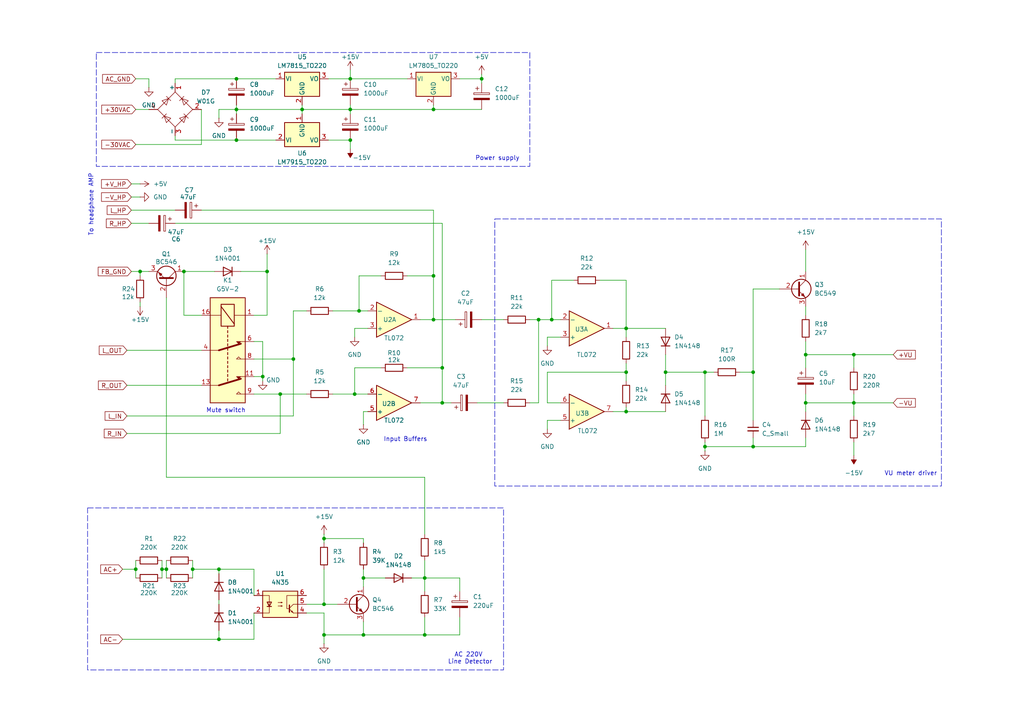
<source format=kicad_sch>
(kicad_sch (version 20231120) (generator "eeschema") (generator_version "8.0")
  (paper "A4")
  (lib_symbols
    (symbol "Amplifier_Operational:TL072" (pin_names (offset 0.127))
      (property "Reference" "U" (at 0 5.08 0))
      (property "Value" "TL072" (at 0 -5.08 0))
      (symbol "TL072_1_1"
        (polyline (pts (xy -5.08 5.08) (xy 5.08 0) (xy -5.08 -5.08) (xy -5.08 5.08)) (stroke (width 0.254)) (fill (type background)))
        (pin output line (at 7.62 0 180) (length 2.54) (name "~") (number "1"))
        (pin input line (at -7.62 -2.54 0) (length 2.54) (name "-") (number "2"))
        (pin input line (at -7.62 2.54 0) (length 2.54) (name "+") (number "3"))
      )
      (symbol "TL072_2_1"
        (polyline (pts (xy -5.08 5.08) (xy 5.08 0) (xy -5.08 -5.08) (xy -5.08 5.08)) (stroke (width 0.254)) (fill (type background)))
        (pin input line (at -7.62 2.54 0) (length 2.54) (name "+") (number "5"))
        (pin input line (at -7.62 -2.54 0) (length 2.54) (name "-") (number "6"))
        (pin output line (at 7.62 0 180) (length 2.54) (name "~") (number "7"))
      )
      (symbol "TL072_3_1"
        (pin power_in line (at -2.54 -7.62 90) (length 3.81) (name "V-") (number "4"))
        (pin power_in line (at -2.54 7.62 270) (length 3.81) (name "V+") (number "8"))
      )
    )
    (symbol "Device:C_Polarized" (pin_numbers hide) (pin_names (offset 0.254))
      (property "Reference" "C" (at 0.635 2.54 0))
      (property "Value" "C_Polarized" (at 0.635 -2.54 0))
      (symbol "C_Polarized_0_1"
        (rectangle (start -2.286 0.508) (end 2.286 1.016))
        (polyline (pts (xy -1.778 2.286) (xy -0.762 2.286)))
        (polyline (pts (xy -1.27 2.794) (xy -1.27 1.778)))
        (rectangle (start 2.286 -0.508) (end -2.286 -1.016) (fill (type outline)))
      )
      (symbol "C_Polarized_1_1"
        (pin passive line (at 0 3.81 270) (length 2.794) (name "~") (number "1"))
        (pin passive line (at 0 -3.81 90) (length 2.794) (name "~") (number "2"))
      )
    )
    (symbol "Device:C_Small" (pin_numbers hide) (pin_names (offset 0.254) hide)
      (property "Reference" "C" (at 0.254 1.778 0))
      (property "Value" "C_Small" (at 0.254 -2.032 0))
      (symbol "C_Small_0_1"
        (polyline (pts (xy -1.524 -0.508) (xy 1.524 -0.508)) (stroke (width 0.3302)))
        (polyline (pts (xy -1.524 0.508) (xy 1.524 0.508)) (stroke (width 0.3048)))
      )
      (symbol "C_Small_1_1"
        (pin passive line (at 0 2.54 270) (length 2.032) (name "~") (number "1"))
        (pin passive line (at 0 -2.54 90) (length 2.032) (name "~") (number "2"))
      )
    )
    (symbol "Device:R" (pin_numbers hide) (pin_names (offset 0))
      (property "Reference" "R" (at 2.032 0 90))
      (property "Value" "R" (at 0 0 90))
      (symbol "R_0_1"
        (rectangle (start -1.016 -2.54) (end 1.016 2.54) (stroke (width 0.254)))
      )
      (symbol "R_1_1"
        (pin passive line (at 0 3.81 270) (length 1.27) (name "~") (number "1"))
        (pin passive line (at 0 -3.81 90) (length 1.27) (name "~") (number "2"))
      )
    )
    (symbol "Diode:1N4001" (pin_numbers hide) (pin_names hide)
      (property "Reference" "D" (at 0 2.54 0))
      (property "Value" "1N4001" (at 0 -2.54 0))
      (symbol "1N4001_0_1"
        (polyline (pts (xy -1.27 1.27) (xy -1.27 -1.27)) (stroke (width 0.254)))
        (polyline (pts (xy 1.27 0) (xy -1.27 0)))
        (polyline (pts (xy 1.27 1.27) (xy 1.27 -1.27) (xy -1.27 0) (xy 1.27 1.27)) (stroke (width 0.254)))
      )
      (symbol "1N4001_1_1"
        (pin passive line (at -3.81 0 0) (length 2.54) (name "K") (number "1"))
        (pin passive line (at 3.81 0 180) (length 2.54) (name "A") (number "2"))
      )
    )
    (symbol "Diode:1N4148" (pin_numbers hide) (pin_names hide)
      (property "Reference" "D" (at 0 2.54 0))
      (property "Value" "1N4148" (at 0 -2.54 0))
      (symbol "1N4148_0_1"
        (polyline (pts (xy -1.27 1.27) (xy -1.27 -1.27)) (stroke (width 0.254)))
        (polyline (pts (xy 1.27 0) (xy -1.27 0)))
        (polyline (pts (xy 1.27 1.27) (xy 1.27 -1.27) (xy -1.27 0) (xy 1.27 1.27)) (stroke (width 0.254)))
      )
      (symbol "1N4148_1_1"
        (pin passive line (at -3.81 0 0) (length 2.54) (name "K") (number "1"))
        (pin passive line (at 3.81 0 180) (length 2.54) (name "A") (number "2"))
      )
    )
    (symbol "Diode_Bridge:W01G" (pin_names (offset 0))
      (property "Reference" "D" (at 2.54 6.985 0))
      (property "Value" "W01G" (at 2.54 5.08 0))
      (symbol "W01G_0_1"
        (polyline (pts (xy -2.54 3.81) (xy -1.27 2.54)))
        (polyline (pts (xy -1.27 -2.54) (xy -2.54 -3.81)))
        (polyline (pts (xy 2.54 -1.27) (xy 3.81 -2.54)))
        (polyline (pts (xy 2.54 1.27) (xy 3.81 2.54)))
        (polyline (pts (xy -3.81 2.54) (xy -2.54 1.27) (xy -1.905 3.175) (xy -3.81 2.54)))
        (polyline (pts (xy -2.54 -1.27) (xy -3.81 -2.54) (xy -1.905 -3.175) (xy -2.54 -1.27)))
        (polyline (pts (xy 1.27 2.54) (xy 2.54 3.81) (xy 3.175 1.905) (xy 1.27 2.54)))
        (polyline (pts (xy 3.175 -1.905) (xy 1.27 -2.54) (xy 2.54 -3.81) (xy 3.175 -1.905)))
        (polyline (pts (xy -5.08 0) (xy 0 -5.08) (xy 5.08 0) (xy 0 5.08) (xy -5.08 0)))
      )
      (symbol "W01G_1_1"
        (pin passive line (at 7.62 0 180) (length 2.54) (name "+") (number "1"))
        (pin passive line (at 0 -7.62 90) (length 2.54) (name "~") (number "2"))
        (pin passive line (at -7.62 0 0) (length 2.54) (name "-") (number "3"))
        (pin passive line (at 0 7.62 270) (length 2.54) (name "~") (number "4"))
      )
    )
    (symbol "Isolator:4N35" (pin_names (offset 1.016))
      (property "Reference" "U" (at -5.08 5.08 0))
      (property "Value" "4N35" (at 0 5.08 0))
      (symbol "4N35_0_1"
        (rectangle (start -5.08 3.81) (end 5.08 -3.81) (stroke (width 0.254)) (fill (type background)))
        (polyline (pts (xy -3.81 -0.635) (xy -2.54 -0.635)) (stroke (width 0.254)))
        (polyline (pts (xy 2.667 -1.397) (xy 3.81 -2.54)))
        (polyline (pts (xy 2.667 -1.143) (xy 3.81 0)))
        (polyline (pts (xy 3.81 -2.54) (xy 5.08 -2.54)))
        (polyline (pts (xy 3.81 0) (xy 5.08 0)))
        (polyline (pts (xy 2.667 -0.254) (xy 2.667 -2.286) (xy 2.667 -2.286)) (stroke (width 0.3556)))
        (polyline (pts (xy -5.08 -2.54) (xy -3.175 -2.54) (xy -3.175 2.54) (xy -5.08 2.54)))
        (polyline (pts (xy -3.175 -0.635) (xy -3.81 0.635) (xy -2.54 0.635) (xy -3.175 -0.635)) (stroke (width 0.254)))
        (polyline (pts (xy 3.683 -2.413) (xy 3.429 -1.905) (xy 3.175 -2.159) (xy 3.683 -2.413)))
        (polyline (pts (xy 5.08 2.54) (xy 1.905 2.54) (xy 1.905 -1.27) (xy 2.54 -1.27)))
        (polyline (pts (xy -0.635 -0.508) (xy 0.635 -0.508) (xy 0.254 -0.635) (xy 0.254 -0.381) (xy 0.635 -0.508)))
        (polyline (pts (xy -0.635 0.508) (xy 0.635 0.508) (xy 0.254 0.381) (xy 0.254 0.635) (xy 0.635 0.508)))
      )
      (symbol "4N35_1_1"
        (pin passive line (at -7.62 2.54 0) (length 2.54) (name "~") (number "1"))
        (pin passive line (at -7.62 -2.54 0) (length 2.54) (name "~") (number "2"))
        (pin no_connect line (at -5.08 0 0) (length 2.54) hide (name "NC") (number "3"))
        (pin passive line (at 7.62 -2.54 180) (length 2.54) (name "~") (number "4"))
        (pin passive line (at 7.62 0 180) (length 2.54) (name "~") (number "5"))
        (pin passive line (at 7.62 2.54 180) (length 2.54) (name "~") (number "6"))
      )
    )
    (symbol "Regulator_Linear:LM7805_TO220" (pin_names (offset 0.254))
      (property "Reference" "U" (at -3.81 3.175 0))
      (property "Value" "LM7805_TO220" (at 0 3.175 0))
      (symbol "LM7805_TO220_0_1"
        (rectangle (start -5.08 1.905) (end 5.08 -5.08) (stroke (width 0.254)) (fill (type background)))
      )
      (symbol "LM7805_TO220_1_1"
        (pin power_in line (at -7.62 0 0) (length 2.54) (name "VI") (number "1"))
        (pin power_in line (at 0 -7.62 90) (length 2.54) (name "GND") (number "2"))
        (pin power_out line (at 7.62 0 180) (length 2.54) (name "VO") (number "3"))
      )
    )
    (symbol "Regulator_Linear:LM7815_TO220" (pin_names (offset 0.254))
      (property "Reference" "U" (at -3.81 3.175 0))
      (property "Value" "LM7815_TO220" (at 0 3.175 0))
      (symbol "LM7815_TO220_0_1"
        (rectangle (start -5.08 1.905) (end 5.08 -5.08) (stroke (width 0.254)) (fill (type background)))
      )
      (symbol "LM7815_TO220_1_1"
        (pin power_in line (at -7.62 0 0) (length 2.54) (name "VI") (number "1"))
        (pin power_in line (at 0 -7.62 90) (length 2.54) (name "GND") (number "2"))
        (pin power_out line (at 7.62 0 180) (length 2.54) (name "VO") (number "3"))
      )
    )
    (symbol "Regulator_Linear:LM7915_TO220" (pin_names (offset 0.254))
      (property "Reference" "U" (at -3.81 -3.175 0))
      (property "Value" "LM7915_TO220" (at 0 -3.175 0))
      (symbol "LM7915_TO220_0_1"
        (rectangle (start -5.08 5.08) (end 5.08 -1.905) (stroke (width 0.254)) (fill (type background)))
      )
      (symbol "LM7915_TO220_1_1"
        (pin power_in line (at 0 7.62 270) (length 2.54) (name "GND") (number "1"))
        (pin power_in line (at -7.62 0 0) (length 2.54) (name "VI") (number "2"))
        (pin power_out line (at 7.62 0 180) (length 2.54) (name "VO") (number "3"))
      )
    )
    (symbol "Relay:G5V-2"
      (property "Reference" "K" (at 16.51 3.81 0))
      (property "Value" "G5V-2" (at 16.51 1.27 0))
      (symbol "G5V-2_0_1"
        (rectangle (start -15.24 5.08) (end 15.24 -5.08) (stroke (width 0.254)) (fill (type background)))
        (rectangle (start -13.335 1.905) (end -6.985 -1.905) (stroke (width 0.254)))
        (polyline (pts (xy -12.7 -1.905) (xy -7.62 1.905)) (stroke (width 0.254)))
        (polyline (pts (xy -10.16 -5.08) (xy -10.16 -1.905)))
        (polyline (pts (xy -10.16 5.08) (xy -10.16 1.905)))
        (polyline (pts (xy -6.985 0) (xy -6.35 0)) (stroke (width 0.254)))
        (polyline (pts (xy -5.715 0) (xy -5.08 0)) (stroke (width 0.254)))
        (polyline (pts (xy -4.445 0) (xy -3.81 0)) (stroke (width 0.254)))
        (polyline (pts (xy -3.175 0) (xy -2.54 0)) (stroke (width 0.254)))
        (polyline (pts (xy -1.905 0) (xy -1.27 0)) (stroke (width 0.254)))
        (polyline (pts (xy -0.635 0) (xy 0 0)) (stroke (width 0.254)))
        (polyline (pts (xy 0 -2.54) (xy -1.905 3.81)) (stroke (width 0.508)))
        (polyline (pts (xy 0 -2.54) (xy 0 -5.08)))
        (polyline (pts (xy 0.635 0) (xy 1.27 0)) (stroke (width 0.254)))
        (polyline (pts (xy 1.905 0) (xy 2.54 0)) (stroke (width 0.254)))
        (polyline (pts (xy 3.175 0) (xy 3.81 0)) (stroke (width 0.254)))
        (polyline (pts (xy 4.445 0) (xy 5.08 0)) (stroke (width 0.254)))
        (polyline (pts (xy 5.715 0) (xy 6.35 0)) (stroke (width 0.254)))
        (polyline (pts (xy 6.985 0) (xy 7.62 0)) (stroke (width 0.254)))
        (polyline (pts (xy 8.255 0) (xy 8.89 0)) (stroke (width 0.254)))
        (polyline (pts (xy 10.16 -2.54) (xy 8.255 3.81)) (stroke (width 0.508)))
        (polyline (pts (xy 10.16 -2.54) (xy 10.16 -5.08)))
        (polyline (pts (xy -2.54 5.08) (xy -2.54 2.54) (xy -1.905 3.175) (xy -2.54 3.81)) (fill (type outline)))
        (polyline (pts (xy 2.54 5.08) (xy 2.54 2.54) (xy 1.905 3.175) (xy 2.54 3.81)))
        (polyline (pts (xy 7.62 5.08) (xy 7.62 2.54) (xy 8.255 3.175) (xy 7.62 3.81)) (fill (type outline)))
        (polyline (pts (xy 12.7 5.08) (xy 12.7 2.54) (xy 12.065 3.175) (xy 12.7 3.81)))
      )
      (symbol "G5V-2_1_1"
        (pin passive line (at -10.16 7.62 270) (length 2.54) (name "~") (number "1"))
        (pin passive line (at 7.62 7.62 270) (length 2.54) (name "~") (number "11"))
        (pin passive line (at 10.16 -7.62 90) (length 2.54) (name "~") (number "13"))
        (pin passive line (at -10.16 -7.62 90) (length 2.54) (name "~") (number "16"))
        (pin passive line (at 0 -7.62 90) (length 2.54) (name "~") (number "4"))
        (pin passive line (at -2.54 7.62 270) (length 2.54) (name "~") (number "6"))
        (pin passive line (at 2.54 7.62 270) (length 2.54) (name "~") (number "8"))
        (pin passive line (at 12.7 7.62 270) (length 2.54) (name "~") (number "9"))
      )
    )
    (symbol "Transistor_BJT:BC546" (pin_names (offset 0) hide)
      (property "Reference" "Q" (at 5.08 1.905 0))
      (property "Value" "BC546" (at 5.08 0 0))
      (symbol "BC546_0_1"
        (polyline (pts (xy 0 0) (xy 0.635 0)))
        (polyline (pts (xy 0.635 0.635) (xy 2.54 2.54)))
        (polyline (pts (xy 0.635 -0.635) (xy 2.54 -2.54) (xy 2.54 -2.54)))
        (polyline (pts (xy 0.635 1.905) (xy 0.635 -1.905) (xy 0.635 -1.905)) (stroke (width 0.508)))
        (polyline (pts (xy 1.27 -1.778) (xy 1.778 -1.27) (xy 2.286 -2.286) (xy 1.27 -1.778) (xy 1.27 -1.778)) (fill (type outline)))
        (circle (center 1.27 0) (radius 2.8194) (stroke (width 0.254)))
      )
      (symbol "BC546_1_1"
        (pin passive line (at 2.54 5.08 270) (length 2.54) (name "C") (number "1"))
        (pin input line (at -5.08 0 0) (length 5.08) (name "B") (number "2"))
        (pin passive line (at 2.54 -5.08 90) (length 2.54) (name "E") (number "3"))
      )
    )
    (symbol "Transistor_BJT:BC549" (pin_names (offset 0) hide)
      (property "Reference" "Q" (at 5.08 1.905 0))
      (property "Value" "BC549" (at 5.08 0 0))
      (symbol "BC549_0_1"
        (polyline (pts (xy 0 0) (xy 0.635 0)))
        (polyline (pts (xy 0.635 0.635) (xy 2.54 2.54)))
        (polyline (pts (xy 0.635 -0.635) (xy 2.54 -2.54) (xy 2.54 -2.54)))
        (polyline (pts (xy 0.635 1.905) (xy 0.635 -1.905) (xy 0.635 -1.905)) (stroke (width 0.508)))
        (polyline (pts (xy 1.27 -1.778) (xy 1.778 -1.27) (xy 2.286 -2.286) (xy 1.27 -1.778) (xy 1.27 -1.778)) (fill (type outline)))
        (circle (center 1.27 0) (radius 2.8194) (stroke (width 0.254)))
      )
      (symbol "BC549_1_1"
        (pin passive line (at 2.54 5.08 270) (length 2.54) (name "C") (number "1"))
        (pin input line (at -5.08 0 0) (length 5.08) (name "B") (number "2"))
        (pin passive line (at 2.54 -5.08 90) (length 2.54) (name "E") (number "3"))
      )
    )
    (symbol "power:+15V" (power) (pin_numbers hide) (pin_names (offset 0) hide)
      (property "Value" "+15V" (at 0 3.556 0))
      (symbol "+15V_0_1"
        (polyline (pts (xy -0.762 1.27) (xy 0 2.54)))
        (polyline (pts (xy 0 0) (xy 0 2.54)))
        (polyline (pts (xy 0 2.54) (xy 0.762 1.27)))
      )
      (symbol "+15V_1_1"
        (pin power_in line (at 0 0 90) (length 0) (name "~") (number "1"))
      )
    )
    (symbol "power:+5V" (power) (pin_numbers hide) (pin_names (offset 0) hide)
      (property "Value" "+5V" (at 0 3.556 0))
      (symbol "+5V_0_1"
        (polyline (pts (xy -0.762 1.27) (xy 0 2.54)))
        (polyline (pts (xy 0 0) (xy 0 2.54)))
        (polyline (pts (xy 0 2.54) (xy 0.762 1.27)))
      )
      (symbol "+5V_1_1"
        (pin power_in line (at 0 0 90) (length 0) (name "~") (number "1"))
      )
    )
    (symbol "power:-15V" (power) (pin_numbers hide) (pin_names (offset 0) hide)
      (property "Value" "-15V" (at 0 3.556 0))
      (symbol "-15V_0_0"
        (pin power_in line (at 0 0 90) (length 0) (name "~") (number "1"))
      )
      (symbol "-15V_0_1"
        (polyline (pts (xy 0 0) (xy 0 1.27) (xy 0.762 1.27) (xy 0 2.54) (xy -0.762 1.27) (xy 0 1.27)) (fill (type outline)))
      )
    )
    (symbol "power:GND" (power) (pin_numbers hide) (pin_names (offset 0) hide)
      (property "Value" "GND" (at 0 -3.81 0))
      (symbol "GND_0_1"
        (polyline (pts (xy 0 0) (xy 0 -1.27) (xy 1.27 -1.27) (xy 0 -2.54) (xy -1.27 -1.27) (xy 0 -1.27)))
      )
      (symbol "GND_1_1"
        (pin power_in line (at 0 0 270) (length 0) (name "~") (number "1"))
      )
    )
  )
  (junction (at 139.7 22.86))
  (junction (at 81.28 114.3))
  (junction (at 181.61 95.25))
  (junction (at 63.5 185.42))
  (junction (at 181.61 107.95))
  (junction (at 128.27 116.84))
  (junction (at 93.98 184.15))
  (junction (at 76.2 109.22))
  (junction (at 128.27 106.68))
  (junction (at 101.6 31.75))
  (junction (at 218.44 107.95))
  (junction (at 85.09 104.14))
  (junction (at 105.41 167.64))
  (junction (at 68.58 40.64))
  (junction (at 39.37 165.1))
  (junction (at 105.41 184.15))
  (junction (at 101.6 22.86))
  (junction (at 77.47 78.74))
  (junction (at 247.65 102.87))
  (junction (at 156.21 92.71))
  (junction (at 125.73 31.75))
  (junction (at 204.47 107.95))
  (junction (at 93.98 156.21))
  (junction (at 125.73 92.71))
  (junction (at 46.99 165.1))
  (junction (at 101.6 40.64))
  (junction (at 102.87 114.3))
  (junction (at 247.65 116.84))
  (junction (at 160.02 92.71))
  (junction (at 193.04 107.95))
  (junction (at 123.19 184.15))
  (junction (at 233.68 116.84))
  (junction (at 68.58 22.86))
  (junction (at 233.68 102.87))
  (junction (at 104.14 90.17))
  (junction (at 123.19 167.64))
  (junction (at 40.64 78.74))
  (junction (at 125.73 80.01))
  (junction (at 93.98 175.26))
  (junction (at 204.47 129.54))
  (junction (at 63.5 165.1))
  (junction (at 53.34 78.74))
  (junction (at 181.61 119.38))
  (junction (at 218.44 129.54))
  (junction (at 55.88 165.1))
  (junction (at 87.63 31.75))
  (junction (at 68.58 31.75))
  (junction (at 48.26 165.1))
  (wire (pts (xy 106.68 119.38) (xy 105.41 119.38)))
  (wire (pts (xy 193.04 107.95) (xy 193.04 111.76)))
  (wire (pts (xy 50.8 40.64) (xy 68.58 40.64)))
  (wire (pts (xy 48.26 138.43) (xy 123.19 138.43)))
  (wire (pts (xy 118.11 106.68) (xy 128.27 106.68)))
  (wire (pts (xy 46.99 165.1) (xy 46.99 167.64)))
  (wire (pts (xy 93.98 175.26) (xy 97.79 175.26)))
  (wire (pts (xy 39.37 22.86) (xy 43.18 22.86)))
  (wire (pts (xy 39.37 41.91) (xy 58.42 41.91)))
  (wire (pts (xy 105.41 180.34) (xy 105.41 184.15)))
  (wire (pts (xy 233.68 102.87) (xy 233.68 99.06)))
  (wire (pts (xy 119.38 167.64) (xy 123.19 167.64)))
  (wire (pts (xy 40.64 87.63) (xy 40.64 88.9)))
  (wire (pts (xy 93.98 156.21) (xy 105.41 156.21)))
  (wire (pts (xy 101.6 20.32) (xy 101.6 22.86)))
  (wire (pts (xy 123.19 167.64) (xy 123.19 171.45)))
  (wire (pts (xy 102.87 106.68) (xy 110.49 106.68)))
  (wire (pts (xy 85.09 104.14) (xy 85.09 120.65)))
  (wire (pts (xy 95.25 40.64) (xy 101.6 40.64)))
  (wire (pts (xy 93.98 165.1) (xy 93.98 175.26)))
  (wire (pts (xy 247.65 102.87) (xy 259.08 102.87)))
  (wire (pts (xy 128.27 64.77) (xy 128.27 106.68)))
  (wire (pts (xy 50.8 64.77) (xy 128.27 64.77)))
  (wire (pts (xy 125.73 31.75) (xy 101.6 31.75)))
  (wire (pts (xy 123.19 138.43) (xy 123.19 154.94)))
  (wire (pts (xy 193.04 102.87) (xy 193.04 107.95)))
  (wire (pts (xy 153.67 116.84) (xy 156.21 116.84)))
  (wire (pts (xy 63.5 166.37) (xy 63.5 165.1)))
  (wire (pts (xy 105.41 165.1) (xy 105.41 167.64)))
  (wire (pts (xy 73.66 109.22) (xy 76.2 109.22)))
  (wire (pts (xy 139.7 22.86) (xy 139.7 24.13)))
  (wire (pts (xy 204.47 128.27) (xy 204.47 129.54)))
  (wire (pts (xy 181.61 95.25) (xy 181.61 97.79)))
  (wire (pts (xy 101.6 30.48) (xy 101.6 31.75)))
  (wire (pts (xy 95.25 22.86) (xy 101.6 22.86)))
  (wire (pts (xy 218.44 83.82) (xy 226.06 83.82)))
  (wire (pts (xy 73.66 114.3) (xy 81.28 114.3)))
  (wire (pts (xy 160.02 81.28) (xy 160.02 92.71)))
  (wire (pts (xy 247.65 106.68) (xy 247.65 102.87)))
  (wire (pts (xy 162.56 116.84) (xy 158.75 116.84)))
  (wire (pts (xy 218.44 127) (xy 218.44 129.54)))
  (wire (pts (xy 123.19 162.56) (xy 123.19 167.64)))
  (wire (pts (xy 81.28 114.3) (xy 88.9 114.3)))
  (wire (pts (xy 58.42 41.91) (xy 58.42 31.75)))
  (wire (pts (xy 125.73 92.71) (xy 132.08 92.71)))
  (wire (pts (xy 233.68 72.39) (xy 233.68 78.74)))
  (wire (pts (xy 101.6 33.02) (xy 101.6 31.75)))
  (wire (pts (xy 93.98 154.94) (xy 93.98 156.21)))
  (wire (pts (xy 68.58 40.64) (xy 80.01 40.64)))
  (wire (pts (xy 133.35 184.15) (xy 123.19 184.15)))
  (wire (pts (xy 43.18 22.86) (xy 43.18 25.4)))
  (wire (pts (xy 39.37 165.1) (xy 39.37 167.64)))
  (wire (pts (xy 40.64 80.01) (xy 40.64 78.74)))
  (wire (pts (xy 77.47 73.66) (xy 77.47 78.74)))
  (wire (pts (xy 139.7 21.59) (xy 139.7 22.86)))
  (wire (pts (xy 50.8 24.13) (xy 50.8 22.86)))
  (wire (pts (xy 73.66 91.44) (xy 77.47 91.44)))
  (wire (pts (xy 53.34 78.74) (xy 53.34 91.44)))
  (wire (pts (xy 36.83 120.65) (xy 85.09 120.65)))
  (wire (pts (xy 125.73 80.01) (xy 118.11 80.01)))
  (wire (pts (xy 153.67 92.71) (xy 156.21 92.71)))
  (wire (pts (xy 101.6 22.86) (xy 118.11 22.86)))
  (wire (pts (xy 233.68 102.87) (xy 247.65 102.87)))
  (wire (pts (xy 166.37 81.28) (xy 160.02 81.28)))
  (wire (pts (xy 105.41 167.64) (xy 111.76 167.64)))
  (wire (pts (xy 48.26 167.64) (xy 48.26 165.1)))
  (wire (pts (xy 73.66 172.72) (xy 73.66 165.1)))
  (wire (pts (xy 160.02 92.71) (xy 162.56 92.71)))
  (wire (pts (xy 105.41 119.38) (xy 105.41 123.19)))
  (wire (pts (xy 50.8 22.86) (xy 68.58 22.86)))
  (wire (pts (xy 35.56 185.42) (xy 63.5 185.42)))
  (wire (pts (xy 247.65 128.27) (xy 247.65 132.08)))
  (wire (pts (xy 76.2 110.49) (xy 76.2 109.22)))
  (wire (pts (xy 128.27 116.84) (xy 130.81 116.84)))
  (wire (pts (xy 63.5 173.99) (xy 63.5 175.26)))
  (wire (pts (xy 204.47 129.54) (xy 218.44 129.54)))
  (wire (pts (xy 62.23 78.74) (xy 53.34 78.74)))
  (wire (pts (xy 204.47 107.95) (xy 193.04 107.95)))
  (wire (pts (xy 233.68 116.84) (xy 233.68 119.38)))
  (wire (pts (xy 158.75 107.95) (xy 158.75 116.84)))
  (wire (pts (xy 77.47 78.74) (xy 77.47 91.44)))
  (wire (pts (xy 123.19 184.15) (xy 105.41 184.15)))
  (wire (pts (xy 106.68 114.3) (xy 102.87 114.3)))
  (wire (pts (xy 125.73 31.75) (xy 139.7 31.75)))
  (wire (pts (xy 93.98 177.8) (xy 93.98 184.15)))
  (wire (pts (xy 173.99 81.28) (xy 181.61 81.28)))
  (wire (pts (xy 63.5 185.42) (xy 73.66 185.42)))
  (wire (pts (xy 38.1 60.96) (xy 50.8 60.96)))
  (wire (pts (xy 68.58 22.86) (xy 80.01 22.86)))
  (wire (pts (xy 39.37 165.1) (xy 35.56 165.1)))
  (wire (pts (xy 36.83 101.6) (xy 58.42 101.6)))
  (wire (pts (xy 101.6 40.64) (xy 101.6 43.18)))
  (wire (pts (xy 39.37 162.56) (xy 39.37 165.1)))
  (wire (pts (xy 38.1 78.74) (xy 40.64 78.74)))
  (wire (pts (xy 87.63 31.75) (xy 68.58 31.75)))
  (wire (pts (xy 181.61 95.25) (xy 193.04 95.25)))
  (wire (pts (xy 138.43 116.84) (xy 146.05 116.84)))
  (wire (pts (xy 128.27 106.68) (xy 128.27 116.84)))
  (wire (pts (xy 218.44 107.95) (xy 214.63 107.95)))
  (wire (pts (xy 88.9 175.26) (xy 93.98 175.26)))
  (wire (pts (xy 233.68 114.3) (xy 233.68 116.84)))
  (wire (pts (xy 38.1 64.77) (xy 43.18 64.77)))
  (wire (pts (xy 73.66 165.1) (xy 63.5 165.1)))
  (wire (pts (xy 73.66 177.8) (xy 73.66 185.42)))
  (wire (pts (xy 55.88 165.1) (xy 63.5 165.1)))
  (wire (pts (xy 181.61 105.41) (xy 181.61 107.95)))
  (wire (pts (xy 181.61 118.11) (xy 181.61 119.38)))
  (wire (pts (xy 87.63 31.75) (xy 87.63 33.02)))
  (wire (pts (xy 48.26 165.1) (xy 46.99 165.1)))
  (wire (pts (xy 247.65 114.3) (xy 247.65 116.84)))
  (wire (pts (xy 63.5 31.75) (xy 68.58 31.75)))
  (wire (pts (xy 58.42 60.96) (xy 125.73 60.96)))
  (wire (pts (xy 38.1 53.34) (xy 40.64 53.34)))
  (wire (pts (xy 93.98 186.69) (xy 93.98 184.15)))
  (wire (pts (xy 63.5 34.29) (xy 63.5 31.75)))
  (wire (pts (xy 158.75 121.92) (xy 162.56 121.92)))
  (wire (pts (xy 133.35 171.45) (xy 133.35 167.64)))
  (wire (pts (xy 125.73 30.48) (xy 125.73 31.75)))
  (wire (pts (xy 158.75 107.95) (xy 181.61 107.95)))
  (wire (pts (xy 102.87 95.25) (xy 106.68 95.25)))
  (wire (pts (xy 87.63 30.48) (xy 87.63 31.75)))
  (wire (pts (xy 181.61 81.28) (xy 181.61 95.25)))
  (wire (pts (xy 93.98 184.15) (xy 105.41 184.15)))
  (wire (pts (xy 204.47 120.65) (xy 204.47 107.95)))
  (wire (pts (xy 247.65 116.84) (xy 233.68 116.84)))
  (wire (pts (xy 43.18 31.75) (xy 39.37 31.75)))
  (wire (pts (xy 158.75 100.33) (xy 158.75 97.79)))
  (wire (pts (xy 69.85 78.74) (xy 77.47 78.74)))
  (wire (pts (xy 48.26 162.56) (xy 48.26 165.1)))
  (wire (pts (xy 53.34 91.44) (xy 58.42 91.44)))
  (wire (pts (xy 63.5 182.88) (xy 63.5 185.42)))
  (wire (pts (xy 104.14 80.01) (xy 104.14 90.17)))
  (wire (pts (xy 81.28 114.3) (xy 81.28 125.73)))
  (wire (pts (xy 105.41 157.48) (xy 105.41 156.21)))
  (wire (pts (xy 55.88 165.1) (xy 55.88 167.64)))
  (wire (pts (xy 55.88 162.56) (xy 55.88 165.1)))
  (wire (pts (xy 38.1 57.15) (xy 40.64 57.15)))
  (wire (pts (xy 218.44 83.82) (xy 218.44 107.95)))
  (wire (pts (xy 104.14 90.17) (xy 106.68 90.17)))
  (wire (pts (xy 121.92 116.84) (xy 128.27 116.84)))
  (wire (pts (xy 93.98 177.8) (xy 88.9 177.8)))
  (wire (pts (xy 93.98 156.21) (xy 93.98 157.48)))
  (wire (pts (xy 50.8 39.37) (xy 50.8 40.64)))
  (wire (pts (xy 46.99 162.56) (xy 46.99 165.1)))
  (wire (pts (xy 204.47 107.95) (xy 207.01 107.95)))
  (wire (pts (xy 218.44 121.92) (xy 218.44 107.95)))
  (wire (pts (xy 88.9 90.17) (xy 85.09 90.17)))
  (wire (pts (xy 73.66 99.06) (xy 76.2 99.06)))
  (wire (pts (xy 36.83 111.76) (xy 58.42 111.76)))
  (wire (pts (xy 36.83 125.73) (xy 81.28 125.73)))
  (wire (pts (xy 133.35 179.07) (xy 133.35 184.15)))
  (wire (pts (xy 48.26 138.43) (xy 48.26 86.36)))
  (wire (pts (xy 105.41 167.64) (xy 105.41 170.18)))
  (wire (pts (xy 158.75 124.46) (xy 158.75 121.92)))
  (wire (pts (xy 85.09 90.17) (xy 85.09 104.14)))
  (wire (pts (xy 68.58 31.75) (xy 68.58 33.02)))
  (wire (pts (xy 96.52 114.3) (xy 102.87 114.3)))
  (wire (pts (xy 247.65 116.84) (xy 259.08 116.84)))
  (wire (pts (xy 139.7 92.71) (xy 146.05 92.71)))
  (wire (pts (xy 158.75 97.79) (xy 162.56 97.79)))
  (wire (pts (xy 133.35 22.86) (xy 139.7 22.86)))
  (wire (pts (xy 121.92 92.71) (xy 125.73 92.71)))
  (wire (pts (xy 133.35 167.64) (xy 123.19 167.64)))
  (wire (pts (xy 233.68 88.9) (xy 233.68 91.44)))
  (wire (pts (xy 247.65 120.65) (xy 247.65 116.84)))
  (wire (pts (xy 101.6 31.75) (xy 87.63 31.75)))
  (wire (pts (xy 181.61 107.95) (xy 181.61 110.49)))
  (wire (pts (xy 156.21 92.71) (xy 160.02 92.71)))
  (wire (pts (xy 102.87 97.79) (xy 102.87 95.25)))
  (wire (pts (xy 233.68 102.87) (xy 233.68 106.68)))
  (wire (pts (xy 233.68 127) (xy 233.68 129.54)))
  (wire (pts (xy 76.2 99.06) (xy 76.2 109.22)))
  (wire (pts (xy 110.49 80.01) (xy 104.14 80.01)))
  (wire (pts (xy 125.73 60.96) (xy 125.73 80.01)))
  (wire (pts (xy 102.87 106.68) (xy 102.87 114.3)))
  (wire (pts (xy 177.8 95.25) (xy 181.61 95.25)))
  (wire (pts (xy 73.66 104.14) (xy 85.09 104.14)))
  (wire (pts (xy 181.61 119.38) (xy 193.04 119.38)))
  (wire (pts (xy 68.58 30.48) (xy 68.58 31.75)))
  (wire (pts (xy 123.19 179.07) (xy 123.19 184.15)))
  (wire (pts (xy 156.21 92.71) (xy 156.21 116.84)))
  (wire (pts (xy 40.64 78.74) (xy 43.18 78.74)))
  (wire (pts (xy 96.52 90.17) (xy 104.14 90.17)))
  (wire (pts (xy 218.44 129.54) (xy 233.68 129.54)))
  (wire (pts (xy 204.47 129.54) (xy 204.47 130.81)))
  (wire (pts (xy 125.73 92.71) (xy 125.73 80.01)))
  (wire (pts (xy 181.61 119.38) (xy 177.8 119.38)))
  (rectangle (start 27.94 15.24) (end 153.67 48.26) (stroke (width 0) (type dash)))
  (rectangle (start 25.4 147.32) (end 146.05 194.31) (stroke (width 0) (type dash)))
  (rectangle (start 143.51 63.5) (end 273.05 140.97) (stroke (width 0) (type dash)))
  (text "AC 220V\n Line Detector" (at 135.89 191.008 0) (effects (font (size 1.27 1.27))))
  (text "Power supply" (at 144.272 45.974 0) (effects (font (size 1.27 1.27))))
  (text "Input Buffers" (at 117.602 127.508 0) (effects (font (size 1.27 1.27))))
  (text "VU meter driver\n" (at 264.16 137.414 0) (effects (font (size 1.27 1.27))))
  (text "To headphone AMP" (at 26.416 59.436 90) (effects (font (size 1.27 1.27))))
  (text "Mute switch" (at 65.532 119.126 0) (effects (font (size 1.27 1.27))))
  (global_label "R_HP" (shape input) (at 38.1 64.77 180) (property "Intersheetrefs" "${INTERSHEET_REFS}" (effects (hide yes))))
  (global_label "L_HP" (shape input) (at 38.1 60.96 180) (property "Intersheetrefs" "${INTERSHEET_REFS}" (effects (hide yes))))
  (global_label "AC-" (shape input) (at 35.56 185.42 180) (property "Intersheetrefs" "${INTERSHEET_REFS}" (effects (hide yes))))
  (global_label "+30VAC" (shape input) (at 39.37 31.75 180) (property "Intersheetrefs" "${INTERSHEET_REFS}" (effects (hide yes))))
  (global_label "L_IN" (shape input) (at 36.83 120.65 180) (property "Intersheetrefs" "${INTERSHEET_REFS}" (effects (hide yes))))
  (global_label "+VU" (shape input) (at 259.08 102.87 0) (property "Intersheetrefs" "${INTERSHEET_REFS}" (effects (hide yes))))
  (global_label "R_IN" (shape input) (at 36.83 125.73 180) (property "Intersheetrefs" "${INTERSHEET_REFS}" (effects (hide yes))))
  (global_label "-30VAC" (shape input) (at 39.37 41.91 180) (property "Intersheetrefs" "${INTERSHEET_REFS}" (effects (hide yes))))
  (global_label "R_OUT" (shape input) (at 36.83 111.76 180) (property "Intersheetrefs" "${INTERSHEET_REFS}" (effects (hide yes))))
  (global_label "AC_GND" (shape input) (at 39.37 22.86 180) (property "Intersheetrefs" "${INTERSHEET_REFS}" (effects (hide yes))))
  (global_label "L_OUT" (shape input) (at 36.83 101.6 180) (property "Intersheetrefs" "${INTERSHEET_REFS}" (effects (hide yes))))
  (global_label "+V_HP" (shape input) (at 38.1 53.34 180) (property "Intersheetrefs" "${INTERSHEET_REFS}" (effects (hide yes))))
  (global_label "FB_GND" (shape input) (at 38.1 78.74 180) (property "Intersheetrefs" "${INTERSHEET_REFS}" (effects (hide yes))))
  (global_label "AC+" (shape input) (at 35.56 165.1 180) (property "Intersheetrefs" "${INTERSHEET_REFS}" (effects (hide yes))))
  (global_label "-V_HP" (shape input) (at 38.1 57.15 180) (property "Intersheetrefs" "${INTERSHEET_REFS}" (effects (hide yes))))
  (global_label "-VU" (shape input) (at 259.08 116.84 0) (property "Intersheetrefs" "${INTERSHEET_REFS}" (effects (hide yes))))
  (symbol (lib_id "Amplifier_Operational:TL072") (at 114.3 92.71 0) (mirror x) (unit 1)
    (property "Reference" "U2" (at 113.03 92.71 0))
    (property "Value" "TL072" (at 114.3 98.044 0))
    (property "Datasheet" "http://www.ti.com/lit/ds/symlink/tl071.pdf" (effects (hide yes)))
    (property "Description" "Dual Low-Noise JFET-Input Operational Amplifiers, DIP-8/SOIC-8" (effects (hide yes)))
  )
  (symbol (lib_id "Amplifier_Operational:TL072") (at 170.18 95.25 0) (mirror x) (unit 1)
    (property "Reference" "U3" (at 168.656 95.504 0))
    (property "Value" "TL072" (at 170.18 102.87 0))
    (property "Datasheet" "http://www.ti.com/lit/ds/symlink/tl071.pdf" (effects (hide yes)))
    (property "Description" "Dual Low-Noise JFET-Input Operational Amplifiers, DIP-8/SOIC-8" (effects (hide yes)))
  )
  (symbol (lib_id "Device:R") (at 114.3 106.68 270) (unit 1)
    (property "Reference" "R10" (at 114.3 102.362 90))
    (property "Value" "12k" (at 114.3 104.394 90))
    (property "Description" "Resistor" (effects (hide yes)))
  )
  (symbol (lib_id "Amplifier_Operational:TL072") (at 170.18 119.38 0) (mirror x) (unit 2)
    (property "Reference" "U3" (at 168.91 119.888 0))
    (property "Value" "TL072" (at 170.434 124.968 0))
    (property "Datasheet" "http://www.ti.com/lit/ds/symlink/tl071.pdf" (effects (hide yes)))
    (property "Description" "Dual Low-Noise JFET-Input Operational Amplifiers, DIP-8/SOIC-8" (effects (hide yes)))
  )
  (symbol (lib_id "power:-15V") (at 247.65 132.08 180) (unit 1)
    (property "Reference" "#PWR011" (effects (hide yes)))
    (property "Value" "-15V" (at 247.65 137.16 0))
    (property "Description" "Power symbol creates a global label with name \"-15V\"" (effects (hide yes)))
  )
  (symbol (lib_id "Device:C_Polarized") (at 46.99 64.77 270) (unit 1)
    (property "Reference" "C6" (at 51.054 69.342 90))
    (property "Value" "47uF" (at 51.054 67.31 90))
    (property "Description" "Polarized capacitor" (effects (hide yes)))
  )
  (symbol (lib_id "Diode:1N4001") (at 66.04 78.74 180) (unit 1)
    (property "Reference" "D3" (at 66.04 72.39 0))
    (property "Value" "1N4001" (at 66.04 74.93 0))
    (property "Footprint" "Diode_THT:D_DO-41_SOD81_P10.16mm_Horizontal" (effects (hide yes)))
    (property "Datasheet" "http://www.vishay.com/docs/88503/1n4001.pdf" (effects (hide yes)))
    (property "Description" "50V 1A General Purpose Rectifier Diode, DO-41" (effects (hide yes)))
    (property "Sim.Device" "D" (effects (hide yes)))
    (property "Sim.Pins" "1=K 2=A" (effects (hide yes)))
  )
  (symbol (lib_id "Transistor_BJT:BC546") (at 102.87 175.26 0) (unit 1)
    (property "Reference" "Q4" (at 107.95 173.9899 0) (effects (justify left)))
    (property "Value" "BC546" (at 107.95 176.5299 0) (effects (justify left)))
    (property "Footprint" "Package_TO_SOT_THT:TO-92_Inline" (effects (hide yes)))
    (property "Datasheet" "https://www.onsemi.com/pub/Collateral/BC550-D.pdf" (effects (hide yes)))
    (property "Description" "0.1A Ic, 65V Vce, Small Signal NPN Transistor, TO-92" (effects (hide yes)))
  )
  (symbol (lib_id "power:GND") (at 105.41 123.19 0) (unit 1)
    (property "Reference" "#PWR06" (effects (hide yes)))
    (property "Value" "GND" (at 105.41 128.27 0))
    (property "Description" "Power symbol creates a global label with name \"GND\" , ground" (effects (hide yes)))
  )
  (symbol (lib_id "Device:C_Small") (at 218.44 124.46 0) (unit 1)
    (property "Reference" "C4" (at 220.98 123.1962 0) (effects (justify left)))
    (property "Value" "C_Small" (at 220.98 125.7362 0) (effects (justify left)))
    (property "Description" "Unpolarized capacitor, small symbol" (effects (hide yes)))
  )
  (symbol (lib_id "Device:C_Polarized") (at 134.62 116.84 90) (unit 1)
    (property "Reference" "C3" (at 133.731 109.22 90))
    (property "Value" "47uF" (at 133.731 111.76 90))
    (property "Description" "Polarized capacitor" (effects (hide yes)))
  )
  (symbol (lib_id "power:GND") (at 102.87 97.79 0) (unit 1)
    (property "Reference" "#PWR05" (effects (hide yes)))
    (property "Value" "GND" (at 102.87 102.87 0))
    (property "Description" "Power symbol creates a global label with name \"GND\" , ground" (effects (hide yes)))
  )
  (symbol (lib_id "power:GND") (at 40.64 57.15 90) (unit 1)
    (property "Reference" "#PWR017" (effects (hide yes)))
    (property "Value" "GND" (at 44.45 57.1499 90) (effects (justify right)))
    (property "Description" "Power symbol creates a global label with name \"GND\" , ground" (effects (hide yes)))
  )
  (symbol (lib_id "power:+15V") (at 93.98 154.94 0) (unit 1)
    (property "Reference" "#PWR02" (effects (hide yes)))
    (property "Value" "+15V" (at 93.98 149.86 0))
    (property "Description" "Power symbol creates a global label with name \"+15V\"" (effects (hide yes)))
  )
  (symbol (lib_id "power:+15V") (at 233.68 72.39 0) (unit 1)
    (property "Reference" "#PWR010" (effects (hide yes)))
    (property "Value" "+15V" (at 233.68 67.31 0))
    (property "Description" "Power symbol creates a global label with name \"+15V\"" (effects (hide yes)))
  )
  (symbol (lib_id "Device:R") (at 149.86 116.84 270) (unit 1)
    (property "Reference" "R15" (at 149.86 110.49 90))
    (property "Value" "22k" (at 149.86 113.03 90))
    (property "Description" "Resistor" (effects (hide yes)))
  )
  (symbol (lib_id "Device:R") (at 43.18 162.56 90) (unit 1)
    (property "Reference" "R1" (at 43.18 156.21 90))
    (property "Value" "220K" (at 43.18 158.75 90))
    (property "Description" "Resistor" (effects (hide yes)))
  )
  (symbol (lib_id "Device:R") (at 43.18 167.64 90) (unit 1)
    (property "Reference" "R21" (at 43.18 169.926 90))
    (property "Value" "220K" (at 43.18 171.958 90))
    (property "Description" "Resistor" (effects (hide yes)))
  )
  (symbol (lib_id "Diode:1N4148") (at 115.57 167.64 180) (unit 1)
    (property "Reference" "D2" (at 115.57 161.29 0))
    (property "Value" "1N4148" (at 115.57 163.83 0))
    (property "Footprint" "Diode_THT:D_DO-35_SOD27_P7.62mm_Horizontal" (effects (hide yes)))
    (property "Datasheet" "https://assets.nexperia.com/documents/data-sheet/1N4148_1N4448.pdf" (effects (hide yes)))
    (property "Description" "100V 0.15A standard switching diode, DO-35" (effects (hide yes)))
    (property "Sim.Device" "D" (effects (hide yes)))
    (property "Sim.Pins" "1=K 2=A" (effects (hide yes)))
  )
  (symbol (lib_id "power:GND") (at 93.98 186.69 0) (unit 1)
    (property "Reference" "#PWR01" (effects (hide yes)))
    (property "Value" "GND" (at 93.98 191.77 0))
    (property "Description" "Power symbol creates a global label with name \"GND\" , ground" (effects (hide yes)))
  )
  (symbol (lib_id "Device:R") (at 247.65 124.46 0) (unit 1)
    (property "Reference" "R19" (at 250.19 123.1899 0) (effects (justify left)))
    (property "Value" "2k7" (at 250.19 125.7299 0) (effects (justify left)))
    (property "Description" "Resistor" (effects (hide yes)))
  )
  (symbol (lib_id "power:GND") (at 158.75 124.46 0) (unit 1)
    (property "Reference" "#PWR07" (effects (hide yes)))
    (property "Value" "GND" (at 158.75 129.54 0))
    (property "Description" "Power symbol creates a global label with name \"GND\" , ground" (effects (hide yes)))
  )
  (symbol (lib_id "Device:R") (at 181.61 101.6 0) (unit 1)
    (property "Reference" "R13" (at 184.5168 100.3299 0) (effects (justify left)))
    (property "Value" "22k" (at 184.5168 102.8699 0) (effects (justify left)))
    (property "Description" "Resistor" (effects (hide yes)))
  )
  (symbol (lib_id "power:GND") (at 158.75 100.33 0) (unit 1)
    (property "Reference" "#PWR08" (effects (hide yes)))
    (property "Value" "GND" (at 158.75 105.41 0))
    (property "Description" "Power symbol creates a global label with name \"GND\" , ground" (effects (hide yes)))
  )
  (symbol (lib_id "power:+15V") (at 101.6 20.32 0) (unit 1)
    (property "Reference" "#PWR013" (effects (hide yes)))
    (property "Value" "+15V" (at 101.6 16.51 0))
    (property "Description" "Power symbol creates a global label with name \"+15V\"" (effects (hide yes)))
  )
  (symbol (lib_id "power:GND") (at 204.47 130.81 0) (unit 1)
    (property "Reference" "#PWR09" (effects (hide yes)))
    (property "Value" "GND" (at 204.47 135.89 0))
    (property "Description" "Power symbol creates a global label with name \"GND\" , ground" (effects (hide yes)))
  )
  (symbol (lib_id "Device:C_Polarized") (at 135.89 92.71 90) (unit 1)
    (property "Reference" "C2" (at 135.001 85.09 90))
    (property "Value" "47uF" (at 135.001 87.63 90))
    (property "Description" "Polarized capacitor" (effects (hide yes)))
  )
  (symbol (lib_id "power:+5V") (at 139.7 21.59 0) (unit 1)
    (property "Reference" "#PWR015" (effects (hide yes)))
    (property "Value" "+5V" (at 139.7 16.51 0))
    (property "Description" "Power symbol creates a global label with name \"+5V\"" (effects (hide yes)))
  )
  (symbol (lib_id "power:GND") (at 63.5 34.29 0) (unit 1)
    (property "Reference" "#PWR012" (effects (hide yes)))
    (property "Value" "GND" (at 63.5 39.37 0))
    (property "Description" "Power symbol creates a global label with name \"GND\" , ground" (effects (hide yes)))
  )
  (symbol (lib_id "Device:R") (at 233.68 95.25 0) (unit 1)
    (property "Reference" "R18" (at 236.22 93.9799 0) (effects (justify left)))
    (property "Value" "2k7" (at 236.22 96.5199 0) (effects (justify left)))
    (property "Description" "Resistor" (effects (hide yes)))
  )
  (symbol (lib_id "Device:R") (at 170.18 81.28 270) (unit 1)
    (property "Reference" "R12" (at 170.18 74.93 90))
    (property "Value" "22k" (at 170.18 77.47 90))
    (property "Description" "Resistor" (effects (hide yes)))
  )
  (symbol (lib_id "Device:R") (at 40.64 83.82 0) (unit 1)
    (property "Reference" "R24" (at 35.306 83.82 0) (effects (justify left)))
    (property "Value" "12k" (at 35.306 86.106 0) (effects (justify left)))
    (property "Description" "Resistor" (effects (hide yes)))
  )
  (symbol (lib_id "power:GND") (at 43.18 25.4 0) (unit 1)
    (property "Reference" "#PWR019" (effects (hide yes)))
    (property "Value" "GND" (at 43.18 30.48 0))
    (property "Description" "Power symbol creates a global label with name \"GND\" , ground" (effects (hide yes)))
  )
  (symbol (lib_id "Device:R") (at 181.61 114.3 0) (unit 1)
    (property "Reference" "R14" (at 184.15 113.0299 0) (effects (justify left)))
    (property "Value" "22k" (at 184.15 115.5699 0) (effects (justify left)))
    (property "Description" "Resistor" (effects (hide yes)))
  )
  (symbol (lib_id "Device:R") (at 105.41 161.29 180) (unit 1)
    (property "Reference" "R4" (at 107.95 160.0199 0) (effects (justify right)))
    (property "Value" "39K" (at 107.95 162.5599 0) (effects (justify right)))
    (property "Description" "Resistor" (effects (hide yes)))
  )
  (symbol (lib_id "Diode:1N4001") (at 63.5 179.07 270) (unit 1)
    (property "Reference" "D1" (at 66.04 177.7999 90) (effects (justify left)))
    (property "Value" "1N4001" (at 66.04 180.3399 90) (effects (justify left)))
    (property "Footprint" "Diode_THT:D_DO-41_SOD81_P10.16mm_Horizontal" (effects (hide yes)))
    (property "Datasheet" "http://www.vishay.com/docs/88503/1n4001.pdf" (effects (hide yes)))
    (property "Description" "50V 1A General Purpose Rectifier Diode, DO-41" (effects (hide yes)))
    (property "Sim.Device" "D" (effects (hide yes)))
    (property "Sim.Pins" "1=K 2=A" (effects (hide yes)))
  )
  (symbol (lib_id "Device:R") (at 92.71 114.3 270) (unit 1)
    (property "Reference" "R5" (at 92.71 107.95 90))
    (property "Value" "12k" (at 92.71 110.49 90))
    (property "Description" "Resistor" (effects (hide yes)))
  )
  (symbol (lib_id "Transistor_BJT:BC549") (at 231.14 83.82 0) (unit 1)
    (property "Reference" "Q3" (at 236.22 82.5499 0) (effects (justify left)))
    (property "Value" "BC549" (at 236.22 85.0899 0) (effects (justify left)))
    (property "Footprint" "Package_TO_SOT_THT:TO-92_Inline" (effects (hide yes)))
    (property "Datasheet" "https://www.onsemi.com/pub/Collateral/BC550-D.pdf" (effects (hide yes)))
    (property "Description" "0.1A Ic, 30V Vce, Small Signal NPN Transistor, TO-92" (effects (hide yes)))
  )
  (symbol (lib_id "Diode:1N4148") (at 193.04 99.06 90) (unit 1)
    (property "Reference" "D4" (at 195.58 97.7899 90) (effects (justify right)))
    (property "Value" "1N4148" (at 195.58 100.3299 90) (effects (justify right)))
    (property "Footprint" "Diode_THT:D_DO-35_SOD27_P7.62mm_Horizontal" (effects (hide yes)))
    (property "Datasheet" "https://assets.nexperia.com/documents/data-sheet/1N4148_1N4448.pdf" (effects (hide yes)))
    (property "Description" "100V 0.15A standard switching diode, DO-35" (effects (hide yes)))
    (property "Sim.Device" "D" (effects (hide yes)))
    (property "Sim.Pins" "1=K 2=A" (effects (hide yes)))
  )
  (symbol (lib_id "Device:R") (at 123.19 175.26 180) (unit 1)
    (property "Reference" "R7" (at 125.73 173.9899 0) (effects (justify right)))
    (property "Value" "33K" (at 125.73 176.5299 0) (effects (justify right)))
    (property "Description" "Resistor" (effects (hide yes)))
  )
  (symbol (lib_id "Device:C_Polarized") (at 101.6 36.83 0) (unit 1)
    (property "Reference" "C11" (at 105.41 34.6709 0) (effects (justify left)))
    (property "Value" "1000uF" (at 105.41 37.2109 0) (effects (justify left)))
    (property "Description" "Polarized capacitor" (effects (hide yes)))
  )
  (symbol (lib_id "power:-15V") (at 101.6 43.18 180) (unit 1)
    (property "Reference" "#PWR014" (effects (hide yes)))
    (property "Value" "-15V" (at 104.902 45.72 0))
    (property "Description" "Power symbol creates a global label with name \"-15V\"" (effects (hide yes)))
  )
  (symbol (lib_id "Device:R") (at 92.71 90.17 270) (unit 1)
    (property "Reference" "R6" (at 92.71 83.82 90))
    (property "Value" "12k" (at 92.71 86.36 90))
    (property "Description" "Resistor" (effects (hide yes)))
  )
  (symbol (lib_id "Device:R") (at 52.07 162.56 90) (unit 1)
    (property "Reference" "R22" (at 52.07 156.21 90))
    (property "Value" "220K" (at 52.07 158.75 90))
    (property "Description" "Resistor" (effects (hide yes)))
  )
  (symbol (lib_id "Device:C_Polarized") (at 54.61 60.96 270) (unit 1)
    (property "Reference" "C7" (at 54.864 55.118 90))
    (property "Value" "47uF" (at 54.61 57.15 90))
    (property "Description" "Polarized capacitor" (effects (hide yes)))
  )
  (symbol (lib_id "Diode:1N4148") (at 233.68 123.19 270) (unit 1)
    (property "Reference" "D6" (at 236.22 121.9199 90) (effects (justify left)))
    (property "Value" "1N4148" (at 236.22 124.4599 90) (effects (justify left)))
    (property "Footprint" "Diode_THT:D_DO-35_SOD27_P7.62mm_Horizontal" (effects (hide yes)))
    (property "Datasheet" "https://assets.nexperia.com/documents/data-sheet/1N4148_1N4448.pdf" (effects (hide yes)))
    (property "Description" "100V 0.15A standard switching diode, DO-35" (effects (hide yes)))
    (property "Sim.Device" "D" (effects (hide yes)))
    (property "Sim.Pins" "1=K 2=A" (effects (hide yes)))
  )
  (symbol (lib_id "Diode_Bridge:W01G") (at 50.8 31.75 90) (unit 1)
    (property "Reference" "D7" (at 59.69 26.7968 90))
    (property "Value" "W01G" (at 59.69 29.3368 90))
    (property "Footprint" "Diode_THT:Diode_Bridge_Round_D9.8mm" (effects (hide yes)))
    (property "Datasheet" "https://www.vishay.com/docs/88769/woo5g.pdf" (effects (hide yes)))
    (property "Description" "Glass Passivated Single-Phase Bridge Rectifier, 70V Vrms, 1.5A If, WOG package" (effects (hide yes)))
  )
  (symbol (lib_id "Device:C_Polarized") (at 68.58 36.83 0) (unit 1)
    (property "Reference" "C9" (at 72.39 34.6709 0) (effects (justify left)))
    (property "Value" "1000uF" (at 72.39 37.2109 0) (effects (justify left)))
    (property "Description" "Polarized capacitor" (effects (hide yes)))
  )
  (symbol (lib_id "Device:R") (at 123.19 158.75 180) (unit 1)
    (property "Reference" "R8" (at 125.73 157.4799 0) (effects (justify right)))
    (property "Value" "1k5" (at 125.73 160.0199 0) (effects (justify right)))
    (property "Description" "Resistor" (effects (hide yes)))
  )
  (symbol (lib_id "Diode:1N4001") (at 63.5 170.18 270) (unit 1)
    (property "Reference" "D8" (at 66.04 168.9099 90) (effects (justify left)))
    (property "Value" "1N4001" (at 66.04 171.4499 90) (effects (justify left)))
    (property "Footprint" "Diode_THT:D_DO-41_SOD81_P10.16mm_Horizontal" (effects (hide yes)))
    (property "Datasheet" "http://www.vishay.com/docs/88503/1n4001.pdf" (effects (hide yes)))
    (property "Description" "50V 1A General Purpose Rectifier Diode, DO-41" (effects (hide yes)))
    (property "Sim.Device" "D" (effects (hide yes)))
    (property "Sim.Pins" "1=K 2=A" (effects (hide yes)))
  )
  (symbol (lib_id "Device:C_Polarized") (at 133.35 175.26 0) (unit 1)
    (property "Reference" "C1" (at 137.16 173.1009 0) (effects (justify left)))
    (property "Value" "220uF" (at 137.16 175.6409 0) (effects (justify left)))
    (property "Description" "Polarized capacitor" (effects (hide yes)))
  )
  (symbol (lib_id "Device:R") (at 149.86 92.71 270) (unit 1)
    (property "Reference" "R11" (at 149.86 86.36 90))
    (property "Value" "22k" (at 149.86 88.9 90))
    (property "Description" "Resistor" (effects (hide yes)))
  )
  (symbol (lib_id "Regulator_Linear:LM7915_TO220") (at 87.63 40.64 0) (unit 1)
    (property "Reference" "U6" (at 87.63 44.45 0))
    (property "Value" "LM7915_TO220" (at 87.63 46.99 0))
    (property "Footprint" "Package_TO_SOT_THT:TO-220-3_Vertical" (effects (hide yes)))
    (property "Datasheet" "https://www.onsemi.com/pub/Collateral/MC7900-D.PDF" (effects (hide yes)))
    (property "Description" "Negative 1A 35V Linear Regulator, Fixed Output 15V, TO-220" (effects (hide yes)))
  )
  (symbol (lib_id "power:+15V") (at 40.64 88.9 180) (unit 1)
    (property "Reference" "#PWR018" (effects (hide yes)))
    (property "Value" "+15V" (at 40.64 92.71 0))
    (property "Description" "Power symbol creates a global label with name \"+15V\"" (effects (hide yes)))
  )
  (symbol (lib_id "Device:R") (at 52.07 167.64 90) (unit 1)
    (property "Reference" "R23" (at 52.07 169.926 90))
    (property "Value" "220K" (at 52.07 171.958 90))
    (property "Description" "Resistor" (effects (hide yes)))
  )
  (symbol (lib_id "Device:C_Polarized") (at 139.7 27.94 0) (unit 1)
    (property "Reference" "C12" (at 143.51 25.7809 0) (effects (justify left)))
    (property "Value" "1000uF" (at 143.51 28.3209 0) (effects (justify left)))
    (property "Description" "Polarized capacitor" (effects (hide yes)))
  )
  (symbol (lib_id "Device:R") (at 93.98 161.29 180) (unit 1)
    (property "Reference" "R3" (at 96.52 160.0199 0) (effects (justify right)))
    (property "Value" "12k" (at 96.52 162.5599 0) (effects (justify right)))
    (property "Description" "Resistor" (effects (hide yes)))
  )
  (symbol (lib_id "power:+15V") (at 77.47 73.66 0) (unit 1)
    (property "Reference" "#PWR04" (effects (hide yes)))
    (property "Value" "+15V" (at 77.47 69.85 0))
    (property "Description" "Power symbol creates a global label with name \"+15V\"" (effects (hide yes)))
  )
  (symbol (lib_id "Device:C_Polarized") (at 68.58 26.67 0) (unit 1)
    (property "Reference" "C8" (at 72.39 24.5109 0) (effects (justify left)))
    (property "Value" "1000uF" (at 72.39 27.0509 0) (effects (justify left)))
    (property "Description" "Polarized capacitor" (effects (hide yes)))
  )
  (symbol (lib_id "Device:R") (at 247.65 110.49 0) (unit 1)
    (property "Reference" "R20" (at 250.19 109.2199 0) (effects (justify left)))
    (property "Value" "220R" (at 250.19 111.7599 0) (effects (justify left)))
    (property "Description" "Resistor" (effects (hide yes)))
  )
  (symbol (lib_id "Device:C_Polarized") (at 101.6 26.67 0) (unit 1)
    (property "Reference" "C10" (at 105.41 24.5109 0) (effects (justify left)))
    (property "Value" "1000uF" (at 105.41 27.0509 0) (effects (justify left)))
    (property "Description" "Polarized capacitor" (effects (hide yes)))
  )
  (symbol (lib_id "Amplifier_Operational:TL072") (at 114.3 116.84 0) (mirror x) (unit 2)
    (property "Reference" "U2" (at 112.776 117.094 0))
    (property "Value" "TL072" (at 114.3 121.92 0))
    (property "Datasheet" "http://www.ti.com/lit/ds/symlink/tl071.pdf" (effects (hide yes)))
    (property "Description" "Dual Low-Noise JFET-Input Operational Amplifiers, DIP-8/SOIC-8" (effects (hide yes)))
  )
  (symbol (lib_id "Regulator_Linear:LM7815_TO220") (at 87.63 22.86 0) (unit 1)
    (property "Reference" "U5" (at 87.63 16.51 0))
    (property "Value" "LM7815_TO220" (at 87.63 19.05 0))
    (property "Footprint" "Package_TO_SOT_THT:TO-220-3_Vertical" (effects (hide yes)))
    (property "Datasheet" "https://www.onsemi.cn/PowerSolutions/document/MC7800-D.PDF" (effects (hide yes)))
    (property "Description" "Positive 1A 35V Linear Regulator, Fixed Output 15V, TO-220" (effects (hide yes)))
  )
  (symbol (lib_id "Regulator_Linear:LM7805_TO220") (at 125.73 22.86 0) (unit 1)
    (property "Reference" "U7" (at 125.73 16.51 0))
    (property "Value" "LM7805_TO220" (at 125.73 19.05 0))
    (property "Footprint" "Package_TO_SOT_THT:TO-220-3_Vertical" (effects (hide yes)))
    (property "Datasheet" "https://www.onsemi.cn/PowerSolutions/document/MC7800-D.PDF" (effects (hide yes)))
    (property "Description" "Positive 1A 35V Linear Regulator, Fixed Output 5V, TO-220" (effects (hide yes)))
  )
  (symbol (lib_id "power:GND") (at 76.2 110.49 0) (unit 1)
    (property "Reference" "#PWR03" (effects (hide yes)))
    (property "Value" "GND" (at 79.248 110.236 0))
    (property "Description" "Power symbol creates a global label with name \"GND\" , ground" (effects (hide yes)))
  )
  (symbol (lib_id "Device:R") (at 204.47 124.46 0) (unit 1)
    (property "Reference" "R16" (at 207.01 123.1899 0) (effects (justify left)))
    (property "Value" "1M" (at 207.01 125.7299 0) (effects (justify left)))
    (property "Description" "Resistor" (effects (hide yes)))
  )
  (symbol (lib_id "Diode:1N4148") (at 193.04 115.57 270) (unit 1)
    (property "Reference" "D5" (at 195.58 114.2999 90) (effects (justify left)))
    (property "Value" "1N4148" (at 195.58 116.8399 90) (effects (justify left)))
    (property "Footprint" "Diode_THT:D_DO-35_SOD27_P7.62mm_Horizontal" (effects (hide yes)))
    (property "Datasheet" "https://assets.nexperia.com/documents/data-sheet/1N4148_1N4448.pdf" (effects (hide yes)))
    (property "Description" "100V 0.15A standard switching diode, DO-35" (effects (hide yes)))
    (property "Sim.Device" "D" (effects (hide yes)))
    (property "Sim.Pins" "1=K 2=A" (effects (hide yes)))
  )
  (symbol (lib_id "power:+5V") (at 40.64 53.34 270) (unit 1)
    (property "Reference" "#PWR016" (effects (hide yes)))
    (property "Value" "+5V" (at 44.45 53.3399 90) (effects (justify left)))
    (property "Description" "Power symbol creates a global label with name \"+5V\"" (effects (hide yes)))
  )
  (symbol (lib_id "Device:R") (at 210.82 107.95 270) (unit 1)
    (property "Reference" "R17" (at 210.82 101.6 90))
    (property "Value" "100R" (at 210.82 104.14 90))
    (property "Description" "Resistor" (effects (hide yes)))
  )
  (symbol (lib_id "Device:R") (at 114.3 80.01 270) (unit 1)
    (property "Reference" "R9" (at 114.3 73.66 90))
    (property "Value" "12k" (at 114.3 76.2 90))
    (property "Description" "Resistor" (effects (hide yes)))
  )
  (symbol (lib_id "Device:C_Polarized") (at 233.68 110.49 0) (unit 1)
    (property "Reference" "C5" (at 237.49 108.3309 0) (effects (justify left)))
    (property "Value" "10uF" (at 237.49 110.8709 0) (effects (justify left)))
    (property "Description" "Polarized capacitor" (effects (hide yes)))
  )
  (symbol (lib_id "Isolator:4N35") (at 81.28 175.26 0) (unit 1)
    (property "Reference" "U1" (at 81.28 166.37 0))
    (property "Value" "4N35" (at 81.28 168.91 0))
    (property "Footprint" "Package_DIP:DIP-6_W7.62mm" (effects (hide yes)))
    (property "Datasheet" "https://www.vishay.com/docs/81181/4n35.pdf" (effects (hide yes)))
    (property "Description" "Optocoupler, Phototransistor Output, with Base Connection, Vce 70V, CTR 100%, Viso 5000V, DIP6" (effects (hide yes)))
  )
  (symbol (lib_id "Transistor_BJT:BC546") (at 48.26 81.28 270) (mirror x) (unit 1)
    (property "Reference" "Q1" (at 48.26 73.66 90))
    (property "Value" "BC546" (at 48.26 75.946 90))
    (property "Footprint" "Package_TO_SOT_THT:TO-92_Inline" (effects (hide yes)))
    (property "Datasheet" "https://www.onsemi.com/pub/Collateral/BC550-D.pdf" (effects (hide yes)))
    (property "Description" "0.1A Ic, 65V Vce, Small Signal NPN Transistor, TO-92" (effects (hide yes)))
  )
  (symbol (lib_id "Relay:G5V-2") (at 66.04 101.6 270) (unit 1)
    (property "Reference" "K1" (at 66.04 81.28 90))
    (property "Value" "G5V-2" (at 66.04 83.82 90))
    (property "Footprint" "Relay_THT:Relay_DPDT_Omron_G5V-2" (effects (hide yes)))
    (property "Datasheet" "http://omronfs.omron.com/en_US/ecb/products/pdf/en-g5v_2.pdf" (effects (hide yes)))
    (property "Description" "Relay Miniature Omron DPDT" (effects (hide yes)))
  )
)
</source>
